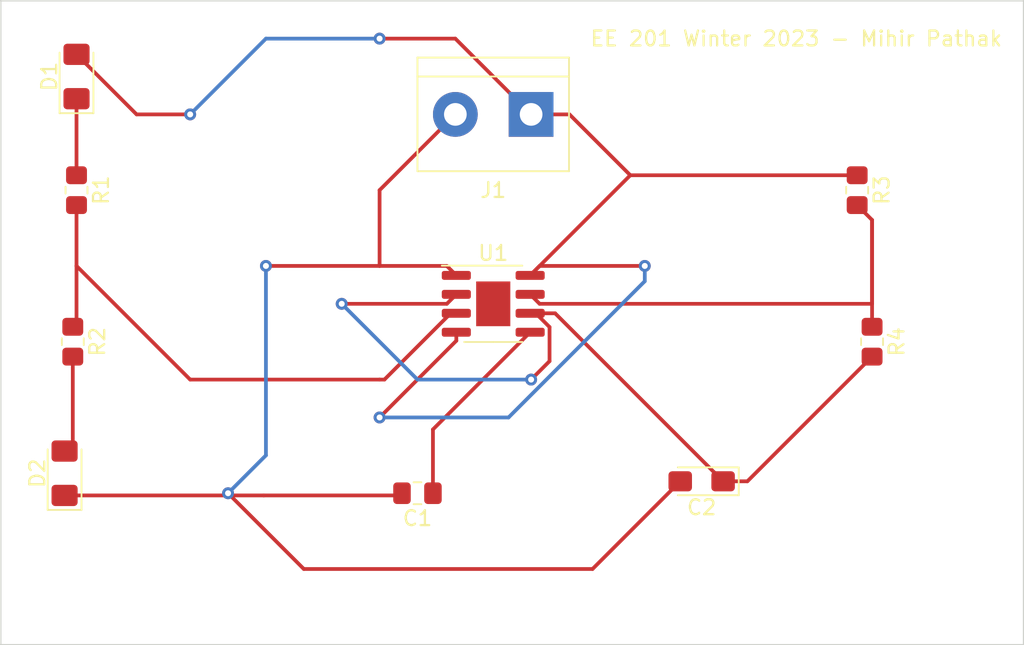
<source format=kicad_pcb>
(kicad_pcb (version 20211014) (generator pcbnew)
  (layers (0 "F.Cu" signal) (31 "B.Cu" signal) (34 "B.Paste" user) (35 "F.Paste" user) (36 "B.SilkS" user "B.Silkscreen") (37 "F.SilkS" user "F.Silkscreen") (38 "B.Mask" user) (39 "F.Mask" user) (44 "Edge.Cuts" user))
  (net 0 "")
  (net 1 "Net-(C1-Pad1)")
  (net 2 "GND")
  (net 3 "/pin_2")
  (net 4 "Net-(D1-Pad1)")
  (net 5 "+9V")
  (net 6 "Net-(D2-Pad2)")
  (net 7 "/pin_3")
  (net 8 "Net-(R3-Pad2)")
  (footprint "Resistor_SMD:R_0805_2012Metric_Pad1.20x1.40mm_HandSolder" (layer "F.Cu") (at 151.4 63.5 -90)
    (fp_text reference "R3" (at 0 -1.65 90) (layer "F.SilkS"))
    (fp_text value "1 kΩ")
    (fp_line (start -0.227064 0.735) (end 0.227064 0.735) (layer "F.SilkS") (width 0.12))
    (fp_line (start -0.227064 -0.735) (end 0.227064 -0.735) (layer "F.SilkS") (width 0.12))
    (pad "1" smd roundrect (at -1 0 270) (size 1.2 1.4) (layers "F.Cu" "F.Paste" "F.Mask") (roundrect_rratio 0.2083333333) (net 5 "+9V"))
    (pad "2" smd roundrect (at 1 0 270) (size 1.2 1.4) (layers "F.Cu" "F.Paste" "F.Mask") (roundrect_rratio 0.2083333333) (net 8 "Net-(R3-Pad2)"))
  )
  (footprint "Resistor_SMD:R_0805_2012Metric_Pad1.20x1.40mm_HandSolder" (layer "F.Cu") (at 99.06 63.5 -90)
    (fp_text reference "R1" (at 0 -1.65 90) (layer "F.SilkS"))
    (fp_text value "1kΩ")
    (fp_line (start -0.227064 0.735) (end 0.227064 0.735) (layer "F.SilkS") (width 0.12))
    (fp_line (start -0.227064 -0.735) (end 0.227064 -0.735) (layer "F.SilkS") (width 0.12))
    (pad "1" smd roundrect (at -1 0 270) (size 1.2 1.4) (layers "F.Cu" "F.Paste" "F.Mask") (roundrect_rratio 0.2083333333) (net 4 "Net-(D1-Pad1)"))
    (pad "2" smd roundrect (at 1 0 270) (size 1.2 1.4) (layers "F.Cu" "F.Paste" "F.Mask") (roundrect_rratio 0.2083333333) (net 7 "/pin_3"))
  )
  (footprint "Capacitor_SMD:C_0805_2012Metric_Pad1.18x1.45mm_HandSolder" (layer "F.Cu") (at 121.92 83.82 180)
    (fp_text reference "C1" (at 0 -1.68) (layer "F.SilkS"))
    (fp_text value "0.01 µF")
    (fp_line (start -0.261252 -0.735) (end 0.261252 -0.735) (layer "F.SilkS") (width 0.12))
    (fp_line (start -0.261252 0.735) (end 0.261252 0.735) (layer "F.SilkS") (width 0.12))
    (pad "1" smd roundrect (at -1.0375 0 180) (size 1.175 1.45) (layers "F.Cu" "F.Paste" "F.Mask") (roundrect_rratio 0.2127659574) (net 1 "Net-(C1-Pad1)"))
    (pad "2" smd roundrect (at 1.0375 0 180) (size 1.175 1.45) (layers "F.Cu" "F.Paste" "F.Mask") (roundrect_rratio 0.2127659574) (net 2 "GND"))
  )
  (footprint "LED_SMD:LED_1206_3216Metric_Pad1.42x1.75mm_HandSolder" (layer "F.Cu") (at 98.26 82.48 90)
    (fp_text reference "D2" (at 0 -1.82 90) (layer "F.SilkS"))
    (fp_text value "LED")
    (fp_line (start 1.6 -1.135) (end -2.46 -1.135) (layer "F.SilkS") (width 0.12))
    (fp_line (start -2.46 -1.135) (end -2.46 1.135) (layer "F.SilkS") (width 0.12))
    (fp_line (start -2.46 1.135) (end 1.6 1.135) (layer "F.SilkS") (width 0.12))
    (pad "1" smd roundrect (at -1.4875 0 90) (size 1.425 1.75) (layers "F.Cu" "F.Paste" "F.Mask") (roundrect_rratio 0.1754392982) (net 2 "GND"))
    (pad "2" smd roundrect (at 1.4875 0 90) (size 1.425 1.75) (layers "F.Cu" "F.Paste" "F.Mask") (roundrect_rratio 0.1754392982) (net 6 "Net-(D2-Pad2)"))
  )
  (footprint "LED_SMD:LED_1206_3216Metric_Pad1.42x1.75mm_HandSolder" (layer "F.Cu") (at 99.06 55.88 90)
    (fp_text reference "D1" (at 0 -1.82 90) (layer "F.SilkS"))
    (fp_text value "LED")
    (fp_line (start -2.46 -1.135) (end -2.46 1.135) (layer "F.SilkS") (width 0.12))
    (fp_line (start 1.6 -1.135) (end -2.46 -1.135) (layer "F.SilkS") (width 0.12))
    (fp_line (start -2.46 1.135) (end 1.6 1.135) (layer "F.SilkS") (width 0.12))
    (pad "1" smd roundrect (at -1.4875 0 90) (size 1.425 1.75) (layers "F.Cu" "F.Paste" "F.Mask") (roundrect_rratio 0.1754392982) (net 4 "Net-(D1-Pad1)"))
    (pad "2" smd roundrect (at 1.4875 0 90) (size 1.425 1.75) (layers "F.Cu" "F.Paste" "F.Mask") (roundrect_rratio 0.1754392982) (net 5 "+9V"))
  )
  (footprint "Package_SO:SOIC-8-1EP_3.9x4.9mm_P1.27mm_EP2.29x3mm" (layer "F.Cu") (at 127 71.12)
    (fp_text reference "U1" (at 0 -3.4) (layer "F.SilkS"))
    (fp_text value "timer")
    (fp_line (start 0 2.56) (end 1.95 2.56) (layer "F.SilkS") (width 0.12))
    (fp_line (start 0 -2.56) (end 1.95 -2.56) (layer "F.SilkS") (width 0.12))
    (fp_line (start 0 2.56) (end -1.95 2.56) (layer "F.SilkS") (width 0.12))
    (fp_line (start 0 -2.56) (end -3.45 -2.56) (layer "F.SilkS") (width 0.12))
    (pad "1" smd roundrect (at -2.475 -1.905) (size 1.95 0.6) (layers "F.Cu" "F.Paste" "F.Mask") (net 2 "GND"))
    (pad "2" smd roundrect (at -2.475 -0.635) (size 1.95 0.6) (layers "F.Cu" "F.Paste" "F.Mask") (net 3 "/pin_2"))
    (pad "3" smd roundrect (at -2.475 0.635) (size 1.95 0.6) (layers "F.Cu" "F.Paste" "F.Mask") (net 7 "/pin_3"))
    (pad "4" smd roundrect (at -2.475 1.905) (size 1.95 0.6) (layers "F.Cu" "F.Paste" "F.Mask") (net 5 "+9V"))
    (pad "5" smd roundrect (at 2.475 1.905) (size 1.95 0.6) (layers "F.Cu" "F.Paste" "F.Mask") (net 1 "Net-(C1-Pad1)"))
    (pad "6" smd roundrect (at 2.475 0.635) (size 1.95 0.6) (layers "F.Cu" "F.Paste" "F.Mask") (net 3 "/pin_2"))
    (pad "7" smd roundrect (at 2.475 -0.635) (size 1.95 0.6) (layers "F.Cu" "F.Paste" "F.Mask") (net 8 "Net-(R3-Pad2)"))
    (pad "8" smd roundrect (at 2.475 -1.905) (size 1.95 0.6) (layers "F.Cu" "F.Paste" "F.Mask") (net 5 "+9V"))
    (pad "9" smd rect (at 0 0) (size 2.29 3) (layers "F.Cu" "F.Mask"))
  )
  (footprint "Resistor_SMD:R_0805_2012Metric_Pad1.20x1.40mm_HandSolder" (layer "F.Cu") (at 98.81 73.66 -90)
    (fp_text reference "R2" (at 0 -1.65 90) (layer "F.SilkS"))
    (fp_text value "1kΩ")
    (fp_line (start -0.227064 -0.735) (end 0.227064 -0.735) (layer "F.SilkS") (width 0.12))
    (fp_line (start -0.227064 0.735) (end 0.227064 0.735) (layer "F.SilkS") (width 0.12))
    (pad "1" smd roundrect (at -1 0 270) (size 1.2 1.4) (layers "F.Cu" "F.Paste" "F.Mask") (roundrect_rratio 0.2083333333) (net 7 "/pin_3"))
    (pad "2" smd roundrect (at 1 0 270) (size 1.2 1.4) (layers "F.Cu" "F.Paste" "F.Mask") (roundrect_rratio 0.2083333333) (net 6 "Net-(D2-Pad2)"))
  )
  (footprint "Capacitor_Tantalum_SMD:CP_EIA-3216-18_Kemet-A_Pad1.58x1.35mm_HandSolder" (layer "F.Cu") (at 140.975 83.02 180)
    (fp_text reference "C2" (at 0 -1.75) (layer "F.SilkS"))
    (fp_text value "10 µF")
    (fp_line (start -2.485 -0.935) (end -2.485 0.935) (layer "F.SilkS") (width 0.12))
    (fp_line (start -2.485 0.935) (end 1.6 0.935) (layer "F.SilkS") (width 0.12))
    (fp_line (start 1.6 -0.935) (end -2.485 -0.935) (layer "F.SilkS") (width 0.12))
    (pad "1" smd roundrect (at -1.4375 0 180) (size 1.575 1.35) (layers "F.Cu" "F.Paste" "F.Mask") (roundrect_rratio 0.1851851852) (net 3 "/pin_2"))
    (pad "2" smd roundrect (at 1.4375 0 180) (size 1.575 1.35) (layers "F.Cu" "F.Paste" "F.Mask") (roundrect_rratio 0.1851851852) (net 2 "GND"))
  )
  (footprint "Resistor_SMD:R_0805_2012Metric_Pad1.20x1.40mm_HandSolder" (layer "F.Cu") (at 152.4 73.66 -90)
    (fp_text reference "R4" (at 0 -1.65 90) (layer "F.SilkS"))
    (fp_text value "10 kΩ")
    (fp_line (start -0.227064 -0.735) (end 0.227064 -0.735) (layer "F.SilkS") (width 0.12))
    (fp_line (start -0.227064 0.735) (end 0.227064 0.735) (layer "F.SilkS") (width 0.12))
    (pad "1" smd roundrect (at -1 0 270) (size 1.2 1.4) (layers "F.Cu" "F.Paste" "F.Mask") (roundrect_rratio 0.2083333333) (net 8 "Net-(R3-Pad2)"))
    (pad "2" smd roundrect (at 1 0 270) (size 1.2 1.4) (layers "F.Cu" "F.Paste" "F.Mask") (roundrect_rratio 0.2083333333) (net 3 "/pin_2"))
  )
  (footprint "TerminalBlock:TerminalBlock_bornier-2_P5.08mm" (layer "F.Cu") (at 129.54 58.42 180)
    (fp_text reference "J1" (at 2.54 -5.08) (layer "F.SilkS"))
    (fp_text value "connector")
    (fp_line (start 7.62 -3.81) (end -2.54 -3.81) (layer "F.SilkS") (width 0.12))
    (fp_line (start 7.62 3.81) (end 7.62 -3.81) (layer "F.SilkS") (width 0.12))
    (fp_line (start -2.54 3.81) (end 7.62 3.81) (layer "F.SilkS") (width 0.12))
    (fp_line (start 7.62 2.54) (end -2.54 2.54) (layer "F.SilkS") (width 0.12))
    (fp_line (start -2.54 -3.81) (end -2.54 3.81) (layer "F.SilkS") (width 0.12))
    (pad "1" thru_hole rect (at 0 0 180) (size 3 3) (drill 1.52) (layers *.Cu *.Mask) (net 5 "+9V"))
    (pad "2" thru_hole circle (at 5.08 0 180) (size 3 3) (drill 1.52) (layers *.Cu *.Mask) (net 2 "GND"))
  )
  (gr_rect (start 93.98 50.8) (end 162.56 93.98) (layer "Edge.Cuts") (width 0.1) (fill none))
  (gr_text "EE 201 Winter 2023 - Mihir Pathak" (at 147.32 53.34) (layer "F.SilkS") (effects (font (size 1 1))))
  (segment (start 122.9575 79.5425) (end 129.475 73.025) (width 0.25) (layer "F.Cu") (net 1))
  (segment (start 122.9575 83.82) (end 122.9575 79.5425) (width 0.25) (layer "F.Cu") (net 1))
  (segment (start 119.38 63.5) (end 119.38 68.58) (width 0.25) (layer "F.Cu") (net 2))
  (segment (start 124.525 69.215) (end 123.89 68.58) (width 0.25) (layer "F.Cu") (net 2))
  (segment (start 139.5375 83.02) (end 133.6575 88.9) (width 0.25) (layer "F.Cu") (net 2))
  (segment (start 123.89 68.58) (end 119.38 68.58) (width 0.25) (layer "F.Cu") (net 2))
  (segment (start 124.46 58.42) (end 119.38 63.5) (width 0.25) (layer "F.Cu") (net 2))
  (segment (start 133.6575 88.9) (end 114.3 88.9) (width 0.25) (layer "F.Cu") (net 2))
  (segment (start 114.3 88.9) (end 109.22 83.82) (width 0.25) (layer "F.Cu") (net 2))
  (segment (start 120.735 83.9675) (end 120.8825 83.82) (width 0.25) (layer "F.Cu") (net 2))
  (segment (start 98.26 83.9675) (end 111.6125 83.9675) (width 0.25) (layer "F.Cu") (net 2))
  (segment (start 111.6125 83.9675) (end 120.735 83.9675) (width 0.25) (layer "F.Cu") (net 2))
  (segment (start 119.38 68.58) (end 111.76 68.58) (width 0.25) (layer "F.Cu") (net 2))
  (via (at 111.76 68.58) (size 0.8) (drill 0.4) (layers "F.Cu" "B.Cu") (net 2))
  (via (at 109.22 83.82) (size 0.8) (drill 0.4) (layers "F.Cu" "B.Cu") (net 2))
  (segment (start 111.76 81.28) (end 109.22 83.82) (width 0.25) (layer "B.Cu") (net 2))
  (segment (start 111.76 68.58) (end 111.76 81.28) (width 0.25) (layer "B.Cu") (net 2))
  (segment (start 142.4125 83.02) (end 131.1475 71.755) (width 0.25) (layer "F.Cu") (net 3))
  (segment (start 131.1475 71.755) (end 129.475 71.755) (width 0.25) (layer "F.Cu") (net 3))
  (segment (start 130.775 72.678249) (end 130.775 74.965) (width 0.25) (layer "F.Cu") (net 3))
  (segment (start 129.475 71.755) (end 129.851751 71.755) (width 0.25) (layer "F.Cu") (net 3))
  (segment (start 130.775 74.965) (end 129.54 76.2) (width 0.25) (layer "F.Cu") (net 3))
  (segment (start 144.04 83.02) (end 152.4 74.66) (width 0.25) (layer "F.Cu") (net 3))
  (segment (start 124.525 70.485) (end 123.89 71.12) (width 0.25) (layer "F.Cu") (net 3))
  (segment (start 123.89 71.12) (end 116.84 71.12) (width 0.25) (layer "F.Cu") (net 3))
  (segment (start 142.4125 83.02) (end 144.04 83.02) (width 0.25) (layer "F.Cu") (net 3))
  (segment (start 129.851751 71.755) (end 130.775 72.678249) (width 0.25) (layer "F.Cu") (net 3))
  (via (at 116.84 71.12) (size 0.8) (drill 0.4) (layers "F.Cu" "B.Cu") (net 3))
  (via (at 129.54 76.2) (size 0.8) (drill 0.4) (layers "F.Cu" "B.Cu") (net 3))
  (segment (start 116.84 71.12) (end 121.92 76.2) (width 0.25) (layer "B.Cu") (net 3))
  (segment (start 121.92 76.2) (end 129.54 76.2) (width 0.25) (layer "B.Cu") (net 3))
  (segment (start 99.06 57.3675) (end 99.06 62.5) (width 0.25) (layer "F.Cu") (net 4))
  (segment (start 124.525 73.595) (end 119.38 78.74) (width 0.25) (layer "F.Cu") (net 5))
  (segment (start 129.475 69.215) (end 130.11 68.58) (width 0.25) (layer "F.Cu") (net 5))
  (segment (start 99.06 54.3925) (end 103.0875 58.42) (width 0.25) (layer "F.Cu") (net 5))
  (segment (start 124.46 53.34) (end 119.38 53.34) (width 0.25) (layer "F.Cu") (net 5))
  (segment (start 129.475 69.215) (end 136.19 62.5) (width 0.25) (layer "F.Cu") (net 5))
  (segment (start 132.11 58.42) (end 136.19 62.5) (width 0.25) (layer "F.Cu") (net 5))
  (segment (start 130.11 68.58) (end 137.16 68.58) (width 0.25) (layer "F.Cu") (net 5))
  (segment (start 136.19 62.5) (end 151.4 62.5) (width 0.25) (layer "F.Cu") (net 5))
  (segment (start 129.54 58.42) (end 124.46 53.34) (width 0.25) (layer "F.Cu") (net 5))
  (segment (start 129.54 58.42) (end 132.11 58.42) (width 0.25) (layer "F.Cu") (net 5))
  (segment (start 124.525 73.025) (end 124.525 73.595) (width 0.25) (layer "F.Cu") (net 5))
  (segment (start 103.0875 58.42) (end 106.68 58.42) (width 0.25) (layer "F.Cu") (net 5))
  (via (at 137.16 68.58) (size 0.8) (drill 0.4) (layers "F.Cu" "B.Cu") (net 5))
  (via (at 119.38 53.34) (size 0.8) (drill 0.4) (layers "F.Cu" "B.Cu") (net 5))
  (via (at 119.38 78.74) (size 0.8) (drill 0.4) (layers "F.Cu" "B.Cu") (net 5))
  (via (at 106.68 58.42) (size 0.8) (drill 0.4) (layers "F.Cu" "B.Cu") (net 5))
  (segment (start 128.025305 78.74) (end 137.16 69.605305) (width 0.25) (layer "B.Cu") (net 5))
  (segment (start 137.16 69.605305) (end 137.16 68.58) (width 0.25) (layer "B.Cu") (net 5))
  (segment (start 119.38 53.34) (end 111.76 53.34) (width 0.25) (layer "B.Cu") (net 5))
  (segment (start 119.38 78.74) (end 128.025305 78.74) (width 0.25) (layer "B.Cu") (net 5))
  (segment (start 111.76 53.34) (end 106.68 58.42) (width 0.25) (layer "B.Cu") (net 5))
  (segment (start 98.81 74.66) (end 98.81 80.4425) (width 0.25) (layer "F.Cu") (net 6))
  (segment (start 98.81 80.4425) (end 98.26 80.9925) (width 0.25) (layer "F.Cu") (net 6))
  (segment (start 124.525 71.755) (end 124.148249 71.755) (width 0.25) (layer "F.Cu") (net 7))
  (segment (start 99.06 64.5) (end 99.06 68.58) (width 0.25) (layer "F.Cu") (net 7))
  (segment (start 106.68 76.2) (end 119.38 76.2) (width 0.25) (layer "F.Cu") (net 7))
  (segment (start 99.06 72.41) (end 98.81 72.66) (width 0.25) (layer "F.Cu") (net 7))
  (segment (start 119.703249 76.2) (end 119.38 76.2) (width 0.25) (layer "F.Cu") (net 7))
  (segment (start 99.06 68.58) (end 99.06 72.41) (width 0.25) (layer "F.Cu") (net 7))
  (segment (start 99.06 68.58) (end 106.68 76.2) (width 0.25) (layer "F.Cu") (net 7))
  (segment (start 124.148249 71.755) (end 119.703249 76.2) (width 0.25) (layer "F.Cu") (net 7))
  (segment (start 129.475 70.485) (end 130.11 71.12) (width 0.25) (layer "F.Cu") (net 8))
  (segment (start 130.11 71.12) (end 152.4 71.12) (width 0.25) (layer "F.Cu") (net 8))
  (segment (start 152.4 71.12) (end 152.4 65.5) (width 0.25) (layer "F.Cu") (net 8))
  (segment (start 152.4 65.5) (end 151.4 64.5) (width 0.25) (layer "F.Cu") (net 8))
  (segment (start 152.4 72.66) (end 152.4 65.5) (width 0.25) (layer "F.Cu") (net 8))
)
</source>
